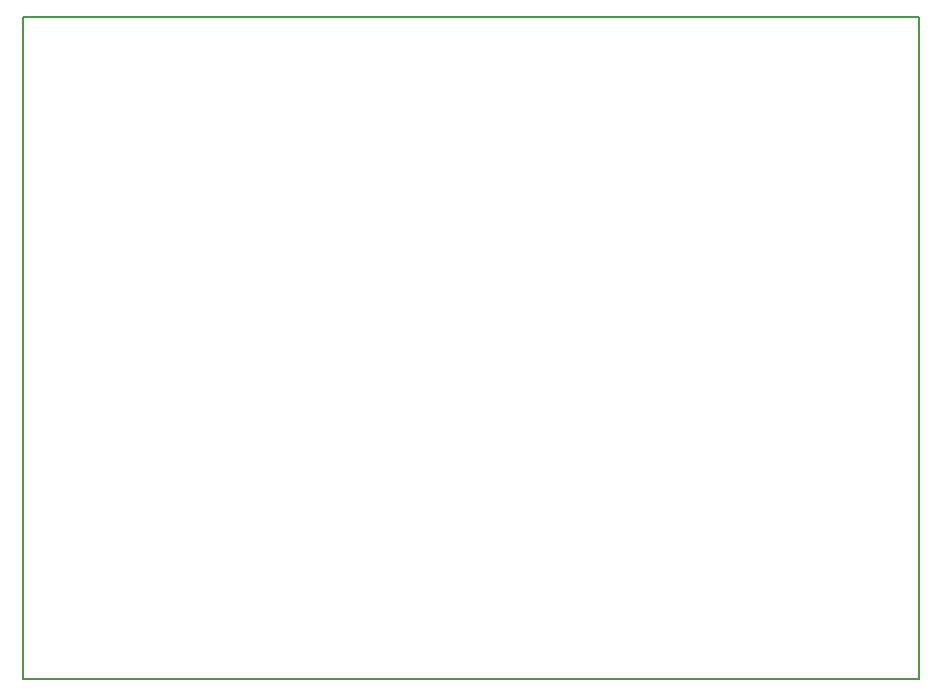
<source format=gm1>
G04 #@! TF.GenerationSoftware,KiCad,Pcbnew,(5.1.6)-1*
G04 #@! TF.CreationDate,2022-01-28T10:44:45+01:00*
G04 #@! TF.ProjectId,Supply_5V,53757070-6c79-45f3-9556-2e6b69636164,rev?*
G04 #@! TF.SameCoordinates,Original*
G04 #@! TF.FileFunction,Profile,NP*
%FSLAX46Y46*%
G04 Gerber Fmt 4.6, Leading zero omitted, Abs format (unit mm)*
G04 Created by KiCad (PCBNEW (5.1.6)-1) date 2022-01-28 10:44:45*
%MOMM*%
%LPD*%
G01*
G04 APERTURE LIST*
G04 #@! TA.AperFunction,Profile*
%ADD10C,0.150000*%
G04 #@! TD*
G04 APERTURE END LIST*
D10*
X207610000Y-101090000D02*
X131800000Y-101090000D01*
X207610000Y-101090000D02*
X207610000Y-45070000D01*
X131800000Y-45070000D02*
X207610000Y-45070000D01*
X131800000Y-45070000D02*
X131800000Y-101090000D01*
M02*

</source>
